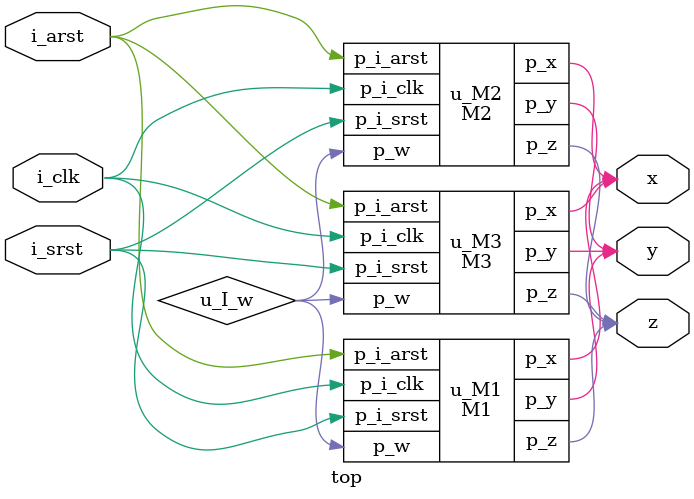
<source format=v>

module M1 ( p_z, p_y, p_x, p_i_clk, p_i_srst, p_i_arst, p_w);
// pragma CVASTRPROP MODULE HDLICE HDL_MODULE_ATTRIBUTE "0 vlog atb"
output p_z;
output p_y;
output p_x;
input p_i_clk;
input p_i_srst;
input p_i_arst;
input p_w;
supply0 n1;
supply1 n2;
Q_BUF U0 ( .A(n1), .Z(p_z));
Q_BUF U1 ( .A(n2), .Z(p_y));
Q_FDP0 U2 ( .CK(p_i_clk), .D(p_w), .Q(p_x), .QN( ));
endmodule

module M2 ( p_z, p_y, p_x, p_i_clk, p_i_srst, p_i_arst, p_w);
// pragma CVASTRPROP MODULE HDLICE HDL_MODULE_ATTRIBUTE "0 vlog atb"
output p_z;
output p_y;
output p_x;
input p_i_clk;
input p_i_srst;
input p_i_arst;
input p_w;
M1 u_M1 ( .p_z( p_z), .p_y( p_y), .p_x( p_x), .p_i_clk( p_i_clk), 
	.p_i_srst( p_i_srst), .p_i_arst( p_i_arst), .p_w( p_w));
Q_FDP0 U1 ( .CK(p_i_clk), .D(p_i_srst), .Q(p_z), .QN( ));
Q_FDP0 U2 ( .CK(p_i_clk), .D(n1), .Q(p_y), .QN( ));
Q_INV U3 ( .A(p_i_srst), .Z(n1));
Q_FDP0 U4 ( .CK(p_i_clk), .D(n2), .Q(p_x), .QN( ));
Q_AN02 U5 ( .A0(n1), .A1(p_w), .Z(n2));
endmodule

module M3 ( p_z, p_y, p_x, p_i_clk, p_i_srst, p_i_arst, p_w);
// pragma CVASTRPROP MODULE HDLICE HDL_MODULE_ATTRIBUTE "0 vlog atb"
output p_z;
output p_y;
output p_x;
input p_i_clk;
input p_i_srst;
input p_i_arst;
input p_w;
supply1 n2;
M2 u_M2 ( .p_z( p_z), .p_y( p_y), .p_x( p_x), .p_i_clk( p_i_clk), 
	.p_i_srst( p_i_srst), .p_i_arst( p_i_arst), .p_w( p_w));
Q_FDP1 U1 ( .CK(p_i_clk), .R(n1), .D(n2), .Q(p_z), .QN( ));
Q_INV U2 ( .A(p_i_arst), .Z(n1));
Q_FDP1 U3 ( .CK(p_i_clk), .R(n1), .D(n2), .Q(p_y), .QN( ));
Q_FDP1 U4 ( .CK(p_i_clk), .R(n1), .D(p_w), .Q(p_x), .QN( ));
endmodule

module top ( i_clk, i_srst, i_arst, z, y, x);
// pragma CVASTRPROP MODULE HDLICE HDL_MODULE_ATTRIBUTE "0 vlog atb"
input i_clk;
input i_srst;
input i_arst;
output z;
output y;
output x;
wire u_I_z;
wire u_I_y;
wire u_I_x;
wire u_I_i_clk;
wire u_I_i_srst;
wire u_I_i_arst;
wire u_I_w;
M1 u_M1 ( .p_z( z), .p_y( y), .p_x( x), .p_i_clk( i_clk), .p_i_srst( 
	i_srst), .p_i_arst( i_arst), .p_w( u_I_w));
M2 u_M2 ( .p_z( z), .p_y( y), .p_x( x), .p_i_clk( i_clk), .p_i_srst( 
	i_srst), .p_i_arst( i_arst), .p_w( u_I_w));
M3 u_M3 ( .p_z( z), .p_y( y), .p_x( x), .p_i_clk( i_clk), .p_i_srst( 
	i_srst), .p_i_arst( i_arst), .p_w( u_I_w));
`ifdef Q_DISPLAY_BUFFER_USE
`ifdef CBV
`else
Q_DISPLAY_BUFFER Q_DISPLAY_BUFFER ();
`endif
`endif
`ifdef Q_HDL_ROOT_USE
Q_HDL_ROOT Q_HDL_ROOT ();
`endif
endmodule

</source>
